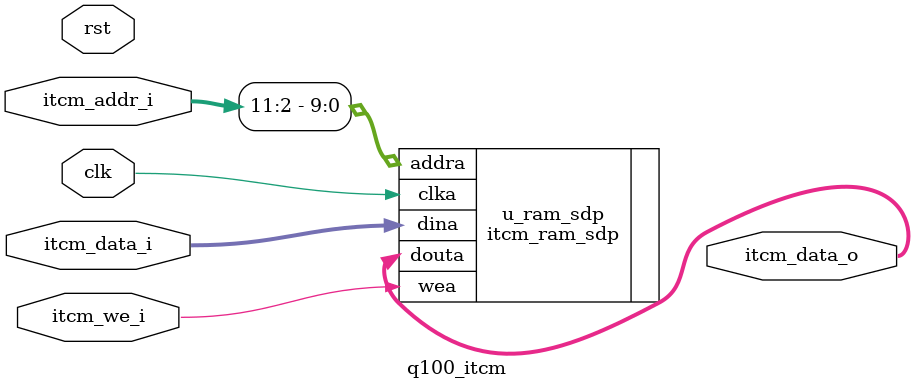
<source format=sv>
module q100_itcm #(
    parameter ITCM_DATA_WIDTH = 32,
	parameter ITCM_ADDR_WIDTH = 12,
	parameter INIT_FILE = ""  // Specify name/location of RAM initialization file if using one (leave blank if not)
)
(
    input clk,
	input rst,
	
	// To itcm
	input         [ITCM_ADDR_WIDTH-1:0] itcm_addr_i,
	input                               itcm_we_i,
	output        [ITCM_DATA_WIDTH-1:0] itcm_data_o,
	input         [ITCM_DATA_WIDTH-1:0] itcm_data_i
);

itcm_ram_sdp u_ram_sdp (
  .clka(clk),    // input wire clka
  .wea(itcm_we_i),      // input wire [0 : 0] wea
  .addra(itcm_addr_i[11:2]),  // input wire [11 : 0] addra
  .dina(itcm_data_i),    // input wire [31 : 0] dina
  .douta(itcm_data_o)  // output wire [31 : 0] douta
);
/*
  parameter RAM_WIDTH = ITCM_DATA_WIDTH;
  parameter RAM_DEPTH = 2**ITCM_ADDR_WIDTH;                  // Specify RAM depth (number of entries)

  (* ram_style = "block" *)
  reg [RAM_WIDTH-1:0] itcm_ram [RAM_DEPTH-1:0];
  reg [RAM_WIDTH-1:0] itcm_ram_data = {RAM_WIDTH{1'b0}};

  // The following code either initializes the memory values to a specified file or to all zeros to match hardware
  generate
    if (INIT_FILE != "") begin: use_init_file
      initial
        $readmemh(INIT_FILE, itcm_ram, 0, RAM_DEPTH-1);
    end else begin: init_bram_to_zero
      integer ram_index;
      initial
        for (ram_index = 0; ram_index < RAM_DEPTH; ram_index = ram_index + 1)
          itcm_ram[ram_index] = {RAM_WIDTH{1'b0}};
    end
  endgenerate

  always @(posedge clk) begin
    if (itcm_we_i)
      itcm_ram[itcm_addr_i[ITCM_ADDR_WIDTH-1:2]] <= itcm_data_i;
  end
  
  always_comb begin
    itcm_ram_data = itcm_ram[itcm_addr_i[ITCM_ADDR_WIDTH-1:2]];
  end

  // The following is a 1 clock cycle read latency at the cost of a longer clock-to-out timing
  assign itcm_data_o = itcm_ram_data;
*/
endmodule

</source>
